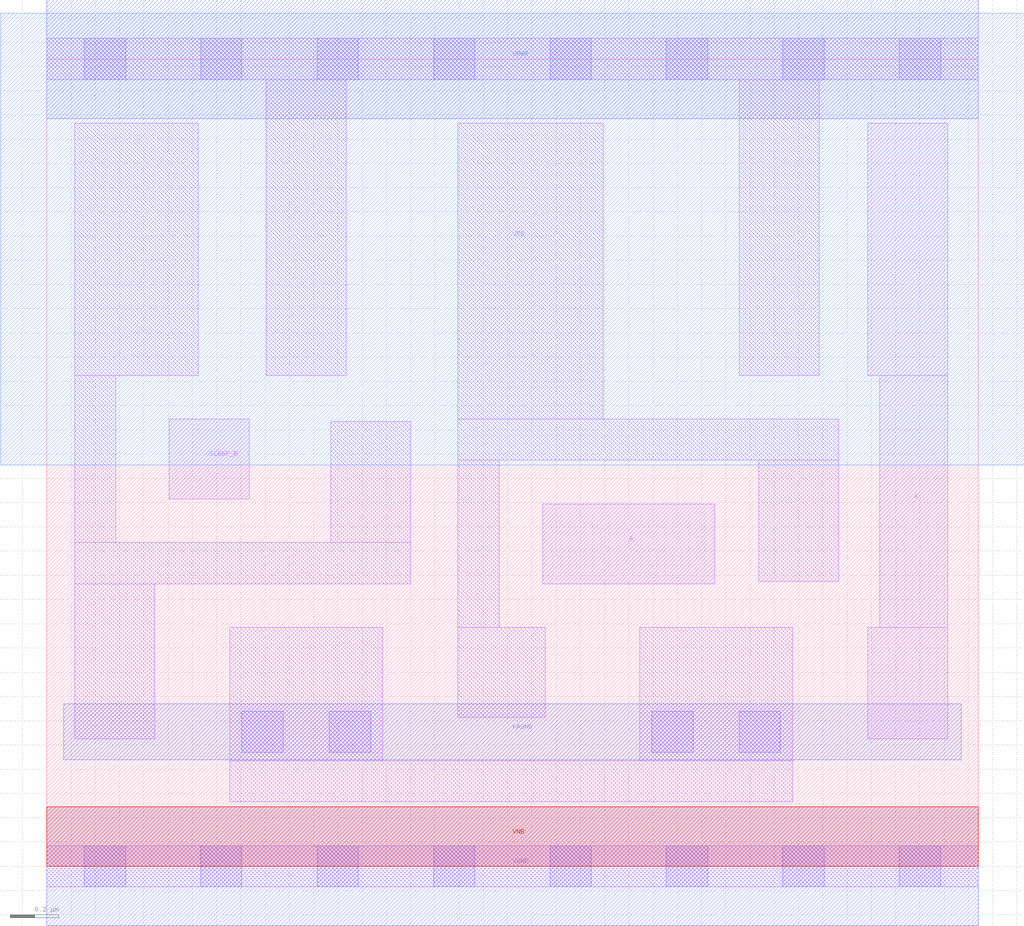
<source format=lef>
# Copyright 2020 The SkyWater PDK Authors
#
# Licensed under the Apache License, Version 2.0 (the "License");
# you may not use this file except in compliance with the License.
# You may obtain a copy of the License at
#
#     https://www.apache.org/licenses/LICENSE-2.0
#
# Unless required by applicable law or agreed to in writing, software
# distributed under the License is distributed on an "AS IS" BASIS,
# WITHOUT WARRANTIES OR CONDITIONS OF ANY KIND, either express or implied.
# See the License for the specific language governing permissions and
# limitations under the License.
#
# SPDX-License-Identifier: Apache-2.0

VERSION 5.7 ;
  NOWIREEXTENSIONATPIN ON ;
  DIVIDERCHAR "/" ;
  BUSBITCHARS "[]" ;
MACRO sky130_fd_sc_lp__iso1n_lp2
  CLASS CORE ;
  FOREIGN sky130_fd_sc_lp__iso1n_lp2 ;
  ORIGIN  0.000000  0.000000 ;
  SIZE  3.840000 BY  3.330000 ;
  SYMMETRY X Y R90 ;
  SITE unit ;
  PIN A
    ANTENNAGATEAREA  0.376000 ;
    DIRECTION INPUT ;
    USE SIGNAL ;
    PORT
      LAYER li1 ;
        RECT 2.045000 1.165000 2.755000 1.495000 ;
    END
  END A
  PIN SLEEP_B
    ANTENNAGATEAREA  0.376000 ;
    DIRECTION INPUT ;
    USE SIGNAL ;
    PORT
      LAYER li1 ;
        RECT 0.505000 1.515000 0.835000 1.845000 ;
    END
  END SLEEP_B
  PIN X
    ANTENNADIFFAREA  0.404700 ;
    DIRECTION OUTPUT ;
    USE SIGNAL ;
    PORT
      LAYER li1 ;
        RECT 3.385000 0.525000 3.715000 0.985000 ;
        RECT 3.385000 2.025000 3.715000 3.065000 ;
        RECT 3.435000 0.985000 3.715000 2.025000 ;
    END
  END X
  PIN KAGND
    DIRECTION INPUT ;
    USE GROUND ;
    PORT
      LAYER met1 ;
        RECT 0.070000 0.440000 3.770000 0.670000 ;
    END
  END KAGND
  PIN VGND
    DIRECTION INOUT ;
    USE GROUND ;
    PORT
      LAYER met1 ;
        RECT 0.000000 -0.245000 3.840000 0.245000 ;
    END
  END VGND
  PIN VNB
    DIRECTION INOUT ;
    USE GROUND ;
    PORT
      LAYER pwell ;
        RECT 0.000000 0.000000 3.840000 0.245000 ;
    END
  END VNB
  PIN VPB
    DIRECTION INOUT ;
    USE POWER ;
    PORT
      LAYER nwell ;
        RECT -0.190000 1.655000 4.030000 3.520000 ;
    END
  END VPB
  PIN VPWR
    DIRECTION INOUT ;
    USE POWER ;
    PORT
      LAYER met1 ;
        RECT 0.000000 3.085000 3.840000 3.575000 ;
    END
  END VPWR
  OBS
    LAYER li1 ;
      RECT 0.000000 -0.085000 3.840000 0.085000 ;
      RECT 0.000000  3.245000 3.840000 3.415000 ;
      RECT 0.115000  0.525000 0.445000 1.165000 ;
      RECT 0.115000  1.165000 1.500000 1.335000 ;
      RECT 0.115000  1.335000 0.285000 2.025000 ;
      RECT 0.115000  2.025000 0.625000 3.065000 ;
      RECT 0.755000  0.265000 3.075000 0.435000 ;
      RECT 0.755000  0.435000 1.385000 0.985000 ;
      RECT 0.905000  2.025000 1.235000 3.245000 ;
      RECT 1.170000  1.335000 1.500000 1.835000 ;
      RECT 1.695000  0.615000 2.055000 0.985000 ;
      RECT 1.695000  0.985000 1.865000 1.675000 ;
      RECT 1.695000  1.675000 3.265000 1.845000 ;
      RECT 1.695000  1.845000 2.295000 3.065000 ;
      RECT 2.445000  0.435000 3.075000 0.985000 ;
      RECT 2.855000  2.025000 3.185000 3.245000 ;
      RECT 2.935000  1.175000 3.265000 1.675000 ;
    LAYER mcon ;
      RECT 0.155000 -0.085000 0.325000 0.085000 ;
      RECT 0.155000  3.245000 0.325000 3.415000 ;
      RECT 0.635000 -0.085000 0.805000 0.085000 ;
      RECT 0.635000  3.245000 0.805000 3.415000 ;
      RECT 0.805000  0.470000 0.975000 0.640000 ;
      RECT 1.115000 -0.085000 1.285000 0.085000 ;
      RECT 1.115000  3.245000 1.285000 3.415000 ;
      RECT 1.165000  0.470000 1.335000 0.640000 ;
      RECT 1.595000 -0.085000 1.765000 0.085000 ;
      RECT 1.595000  3.245000 1.765000 3.415000 ;
      RECT 2.075000 -0.085000 2.245000 0.085000 ;
      RECT 2.075000  3.245000 2.245000 3.415000 ;
      RECT 2.495000  0.470000 2.665000 0.640000 ;
      RECT 2.555000 -0.085000 2.725000 0.085000 ;
      RECT 2.555000  3.245000 2.725000 3.415000 ;
      RECT 2.855000  0.470000 3.025000 0.640000 ;
      RECT 3.035000 -0.085000 3.205000 0.085000 ;
      RECT 3.035000  3.245000 3.205000 3.415000 ;
      RECT 3.515000 -0.085000 3.685000 0.085000 ;
      RECT 3.515000  3.245000 3.685000 3.415000 ;
  END
END sky130_fd_sc_lp__iso1n_lp2
END LIBRARY

</source>
